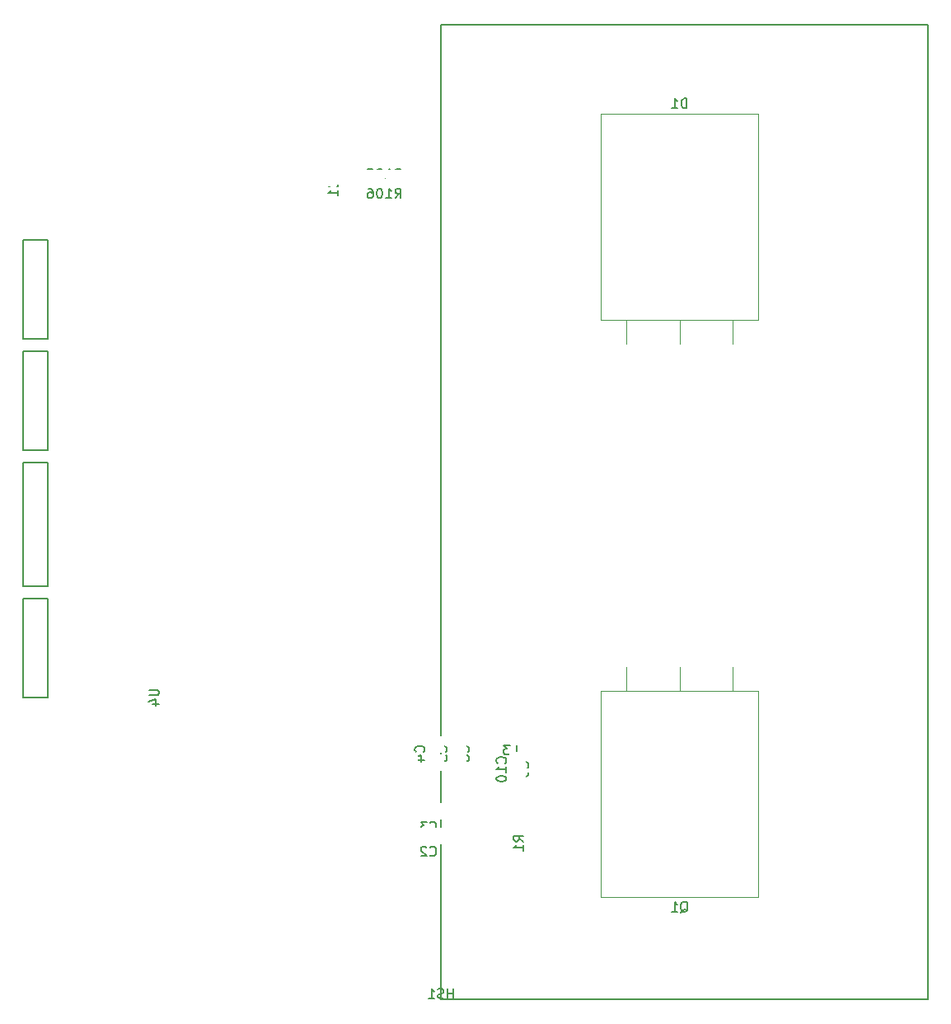
<source format=gbr>
G04 #@! TF.GenerationSoftware,KiCad,Pcbnew,(5.0.0-rc2-dev-586-g888c43477)*
G04 #@! TF.CreationDate,2018-06-04T00:41:44-03:00*
G04 #@! TF.ProjectId,Mcc18,4D636331382E6B696361645F70636200,rev?*
G04 #@! TF.SameCoordinates,Original*
G04 #@! TF.FileFunction,Legend,Bot*
G04 #@! TF.FilePolarity,Positive*
%FSLAX46Y46*%
G04 Gerber Fmt 4.6, Leading zero omitted, Abs format (unit mm)*
G04 Created by KiCad (PCBNEW (5.0.0-rc2-dev-586-g888c43477)) date 06/04/18 00:41:44*
%MOMM*%
%LPD*%
G01*
G04 APERTURE LIST*
%ADD10C,0.150000*%
%ADD11C,0.120000*%
%ADD12O,2.100000X2.940000*%
%ADD13O,2.700000X1.700000*%
%ADD14O,5.400000X1.700000*%
%ADD15O,2.400000X1.600000*%
%ADD16O,4.000000X4.000000*%
%ADD17R,2.900000X4.900000*%
%ADD18O,2.900000X4.900000*%
%ADD19C,2.200000*%
%ADD20R,2.200000X2.200000*%
%ADD21C,5.400000*%
%ADD22C,4.800000*%
%ADD23R,1.800000X1.695000*%
%ADD24O,2.400000X2.305000*%
%ADD25R,2.400000X2.305000*%
%ADD26C,2.600000*%
%ADD27R,1.695000X1.800000*%
%ADD28C,2.800000*%
%ADD29C,10.400000*%
%ADD30C,3.400000*%
G04 APERTURE END LIST*
D10*
X106680000Y-63246000D02*
X106680000Y-73406000D01*
X104140000Y-63246000D02*
X106680000Y-63246000D01*
X104140000Y-73406000D02*
X104140000Y-63246000D01*
X106680000Y-73406000D02*
X104140000Y-73406000D01*
X106680000Y-74676000D02*
X106680000Y-84836000D01*
X104140000Y-74676000D02*
X106680000Y-74676000D01*
X104140000Y-84836000D02*
X104140000Y-74676000D01*
X106680000Y-84836000D02*
X104140000Y-84836000D01*
X106680000Y-84582000D02*
X106680000Y-84836000D01*
X106680000Y-110236000D02*
X106680000Y-100076000D01*
X104140000Y-110236000D02*
X106680000Y-110236000D01*
X104140000Y-100076000D02*
X104140000Y-110236000D01*
X106680000Y-100076000D02*
X104140000Y-100076000D01*
X106680000Y-86106000D02*
X106680000Y-98806000D01*
X106426000Y-86106000D02*
X106680000Y-86106000D01*
X104140000Y-86106000D02*
X106426000Y-86106000D01*
X104140000Y-98806000D02*
X104140000Y-86106000D01*
X106680000Y-98806000D02*
X104140000Y-98806000D01*
X147066000Y-41224000D02*
X197066000Y-41224000D01*
X197066000Y-141224000D02*
X197066000Y-41224000D01*
X147066000Y-141224000D02*
X197066000Y-141224000D01*
X147066000Y-141224000D02*
X147066000Y-41224000D01*
D11*
X179636000Y-109608000D02*
X163496000Y-109608000D01*
X179636000Y-130798000D02*
X163496000Y-130798000D01*
X179636000Y-109608000D02*
X179636000Y-130798000D01*
X163496000Y-109608000D02*
X163496000Y-130798000D01*
X177016000Y-107048000D02*
X177016000Y-109608000D01*
X171566000Y-107048000D02*
X171566000Y-109608000D01*
X166116000Y-107048000D02*
X166116000Y-109608000D01*
X177016000Y-74054000D02*
X177016000Y-71494000D01*
X171566000Y-74054000D02*
X171566000Y-71494000D01*
X166116000Y-74054000D02*
X166116000Y-71494000D01*
X179636000Y-71494000D02*
X179636000Y-50304000D01*
X163496000Y-71494000D02*
X163496000Y-50304000D01*
X163496000Y-50304000D02*
X179636000Y-50304000D01*
X163496000Y-71494000D02*
X179636000Y-71494000D01*
D10*
X117062380Y-109474095D02*
X117871904Y-109474095D01*
X117967142Y-109521714D01*
X118014761Y-109569333D01*
X118062380Y-109664571D01*
X118062380Y-109855047D01*
X118014761Y-109950285D01*
X117967142Y-109997904D01*
X117871904Y-110045523D01*
X117062380Y-110045523D01*
X117395714Y-110950285D02*
X118062380Y-110950285D01*
X117014761Y-110712190D02*
X117729047Y-110474095D01*
X117729047Y-111093142D01*
X148304095Y-141176380D02*
X148304095Y-140176380D01*
X148304095Y-140652571D02*
X147732666Y-140652571D01*
X147732666Y-141176380D02*
X147732666Y-140176380D01*
X147304095Y-141128761D02*
X147161238Y-141176380D01*
X146923142Y-141176380D01*
X146827904Y-141128761D01*
X146780285Y-141081142D01*
X146732666Y-140985904D01*
X146732666Y-140890666D01*
X146780285Y-140795428D01*
X146827904Y-140747809D01*
X146923142Y-140700190D01*
X147113619Y-140652571D01*
X147208857Y-140604952D01*
X147256476Y-140557333D01*
X147304095Y-140462095D01*
X147304095Y-140366857D01*
X147256476Y-140271619D01*
X147208857Y-140224000D01*
X147113619Y-140176380D01*
X146875523Y-140176380D01*
X146732666Y-140224000D01*
X145780285Y-141176380D02*
X146351714Y-141176380D01*
X146066000Y-141176380D02*
X146066000Y-140176380D01*
X146161238Y-140319238D01*
X146256476Y-140414476D01*
X146351714Y-140462095D01*
X171661238Y-132345619D02*
X171756476Y-132298000D01*
X171851714Y-132202761D01*
X171994571Y-132059904D01*
X172089809Y-132012285D01*
X172185047Y-132012285D01*
X172137428Y-132250380D02*
X172232666Y-132202761D01*
X172327904Y-132107523D01*
X172375523Y-131917047D01*
X172375523Y-131583714D01*
X172327904Y-131393238D01*
X172232666Y-131298000D01*
X172137428Y-131250380D01*
X171946952Y-131250380D01*
X171851714Y-131298000D01*
X171756476Y-131393238D01*
X171708857Y-131583714D01*
X171708857Y-131917047D01*
X171756476Y-132107523D01*
X171851714Y-132202761D01*
X171946952Y-132250380D01*
X172137428Y-132250380D01*
X170756476Y-132250380D02*
X171327904Y-132250380D01*
X171042190Y-132250380D02*
X171042190Y-131250380D01*
X171137428Y-131393238D01*
X171232666Y-131488476D01*
X171327904Y-131536095D01*
X172304095Y-49756380D02*
X172304095Y-48756380D01*
X172066000Y-48756380D01*
X171923142Y-48804000D01*
X171827904Y-48899238D01*
X171780285Y-48994476D01*
X171732666Y-49184952D01*
X171732666Y-49327809D01*
X171780285Y-49518285D01*
X171827904Y-49613523D01*
X171923142Y-49708761D01*
X172066000Y-49756380D01*
X172304095Y-49756380D01*
X170780285Y-49756380D02*
X171351714Y-49756380D01*
X171066000Y-49756380D02*
X171066000Y-48756380D01*
X171161238Y-48899238D01*
X171256476Y-48994476D01*
X171351714Y-49042095D01*
X145265142Y-115862833D02*
X145312761Y-115815214D01*
X145360380Y-115672357D01*
X145360380Y-115577119D01*
X145312761Y-115434261D01*
X145217523Y-115339023D01*
X145122285Y-115291404D01*
X144931809Y-115243785D01*
X144788952Y-115243785D01*
X144598476Y-115291404D01*
X144503238Y-115339023D01*
X144408000Y-115434261D01*
X144360380Y-115577119D01*
X144360380Y-115672357D01*
X144408000Y-115815214D01*
X144455619Y-115862833D01*
X144693714Y-116719976D02*
X145360380Y-116719976D01*
X144312761Y-116481880D02*
X145027047Y-116243785D01*
X145027047Y-116862833D01*
X154344666Y-116148380D02*
X154820857Y-116148380D01*
X154820857Y-115148380D01*
X154106571Y-115148380D02*
X153487523Y-115148380D01*
X153820857Y-115529333D01*
X153678000Y-115529333D01*
X153582761Y-115576952D01*
X153535142Y-115624571D01*
X153487523Y-115719809D01*
X153487523Y-115957904D01*
X153535142Y-116053142D01*
X153582761Y-116100761D01*
X153678000Y-116148380D01*
X153963714Y-116148380D01*
X154058952Y-116100761D01*
X154106571Y-116053142D01*
X147551142Y-115862833D02*
X147598761Y-115815214D01*
X147646380Y-115672357D01*
X147646380Y-115577119D01*
X147598761Y-115434261D01*
X147503523Y-115339023D01*
X147408285Y-115291404D01*
X147217809Y-115243785D01*
X147074952Y-115243785D01*
X146884476Y-115291404D01*
X146789238Y-115339023D01*
X146694000Y-115434261D01*
X146646380Y-115577119D01*
X146646380Y-115672357D01*
X146694000Y-115815214D01*
X146741619Y-115862833D01*
X146646380Y-116767595D02*
X146646380Y-116291404D01*
X147122571Y-116243785D01*
X147074952Y-116291404D01*
X147027333Y-116386642D01*
X147027333Y-116624738D01*
X147074952Y-116719976D01*
X147122571Y-116767595D01*
X147217809Y-116815214D01*
X147455904Y-116815214D01*
X147551142Y-116767595D01*
X147598761Y-116719976D01*
X147646380Y-116624738D01*
X147646380Y-116386642D01*
X147598761Y-116291404D01*
X147551142Y-116243785D01*
X145914166Y-126467142D02*
X145961785Y-126514761D01*
X146104642Y-126562380D01*
X146199880Y-126562380D01*
X146342738Y-126514761D01*
X146437976Y-126419523D01*
X146485595Y-126324285D01*
X146533214Y-126133809D01*
X146533214Y-125990952D01*
X146485595Y-125800476D01*
X146437976Y-125705238D01*
X146342738Y-125610000D01*
X146199880Y-125562380D01*
X146104642Y-125562380D01*
X145961785Y-125610000D01*
X145914166Y-125657619D01*
X145533214Y-125657619D02*
X145485595Y-125610000D01*
X145390357Y-125562380D01*
X145152261Y-125562380D01*
X145057023Y-125610000D01*
X145009404Y-125657619D01*
X144961785Y-125752857D01*
X144961785Y-125848095D01*
X145009404Y-125990952D01*
X145580833Y-126562380D01*
X144961785Y-126562380D01*
X153647142Y-117007642D02*
X153694761Y-116960023D01*
X153742380Y-116817166D01*
X153742380Y-116721928D01*
X153694761Y-116579071D01*
X153599523Y-116483833D01*
X153504285Y-116436214D01*
X153313809Y-116388595D01*
X153170952Y-116388595D01*
X152980476Y-116436214D01*
X152885238Y-116483833D01*
X152790000Y-116579071D01*
X152742380Y-116721928D01*
X152742380Y-116817166D01*
X152790000Y-116960023D01*
X152837619Y-117007642D01*
X153742380Y-117960023D02*
X153742380Y-117388595D01*
X153742380Y-117674309D02*
X152742380Y-117674309D01*
X152885238Y-117579071D01*
X152980476Y-117483833D01*
X153028095Y-117388595D01*
X152742380Y-118579071D02*
X152742380Y-118674309D01*
X152790000Y-118769547D01*
X152837619Y-118817166D01*
X152932857Y-118864785D01*
X153123333Y-118912404D01*
X153361428Y-118912404D01*
X153551904Y-118864785D01*
X153647142Y-118817166D01*
X153694761Y-118769547D01*
X153742380Y-118674309D01*
X153742380Y-118579071D01*
X153694761Y-118483833D01*
X153647142Y-118436214D01*
X153551904Y-118388595D01*
X153361428Y-118340976D01*
X153123333Y-118340976D01*
X152932857Y-118388595D01*
X152837619Y-118436214D01*
X152790000Y-118483833D01*
X152742380Y-118579071D01*
X149837142Y-115862833D02*
X149884761Y-115815214D01*
X149932380Y-115672357D01*
X149932380Y-115577119D01*
X149884761Y-115434261D01*
X149789523Y-115339023D01*
X149694285Y-115291404D01*
X149503809Y-115243785D01*
X149360952Y-115243785D01*
X149170476Y-115291404D01*
X149075238Y-115339023D01*
X148980000Y-115434261D01*
X148932380Y-115577119D01*
X148932380Y-115672357D01*
X148980000Y-115815214D01*
X149027619Y-115862833D01*
X149360952Y-116434261D02*
X149313333Y-116339023D01*
X149265714Y-116291404D01*
X149170476Y-116243785D01*
X149122857Y-116243785D01*
X149027619Y-116291404D01*
X148980000Y-116339023D01*
X148932380Y-116434261D01*
X148932380Y-116624738D01*
X148980000Y-116719976D01*
X149027619Y-116767595D01*
X149122857Y-116815214D01*
X149170476Y-116815214D01*
X149265714Y-116767595D01*
X149313333Y-116719976D01*
X149360952Y-116624738D01*
X149360952Y-116434261D01*
X149408571Y-116339023D01*
X149456190Y-116291404D01*
X149551428Y-116243785D01*
X149741904Y-116243785D01*
X149837142Y-116291404D01*
X149884761Y-116339023D01*
X149932380Y-116434261D01*
X149932380Y-116624738D01*
X149884761Y-116719976D01*
X149837142Y-116767595D01*
X149741904Y-116815214D01*
X149551428Y-116815214D01*
X149456190Y-116767595D01*
X149408571Y-116719976D01*
X149360952Y-116624738D01*
X155933142Y-117483833D02*
X155980761Y-117436214D01*
X156028380Y-117293357D01*
X156028380Y-117198119D01*
X155980761Y-117055261D01*
X155885523Y-116960023D01*
X155790285Y-116912404D01*
X155599809Y-116864785D01*
X155456952Y-116864785D01*
X155266476Y-116912404D01*
X155171238Y-116960023D01*
X155076000Y-117055261D01*
X155028380Y-117198119D01*
X155028380Y-117293357D01*
X155076000Y-117436214D01*
X155123619Y-117483833D01*
X156028380Y-117960023D02*
X156028380Y-118150500D01*
X155980761Y-118245738D01*
X155933142Y-118293357D01*
X155790285Y-118388595D01*
X155599809Y-118436214D01*
X155218857Y-118436214D01*
X155123619Y-118388595D01*
X155076000Y-118340976D01*
X155028380Y-118245738D01*
X155028380Y-118055261D01*
X155076000Y-117960023D01*
X155123619Y-117912404D01*
X155218857Y-117864785D01*
X155456952Y-117864785D01*
X155552190Y-117912404D01*
X155599809Y-117960023D01*
X155647428Y-118055261D01*
X155647428Y-118245738D01*
X155599809Y-118340976D01*
X155552190Y-118388595D01*
X155456952Y-118436214D01*
X136375142Y-57793833D02*
X136422761Y-57746214D01*
X136470380Y-57603357D01*
X136470380Y-57508119D01*
X136422761Y-57365261D01*
X136327523Y-57270023D01*
X136232285Y-57222404D01*
X136041809Y-57174785D01*
X135898952Y-57174785D01*
X135708476Y-57222404D01*
X135613238Y-57270023D01*
X135518000Y-57365261D01*
X135470380Y-57508119D01*
X135470380Y-57603357D01*
X135518000Y-57746214D01*
X135565619Y-57793833D01*
X136470380Y-58746214D02*
X136470380Y-58174785D01*
X136470380Y-58460500D02*
X135470380Y-58460500D01*
X135613238Y-58365261D01*
X135708476Y-58270023D01*
X135756095Y-58174785D01*
X145914166Y-123927142D02*
X145961785Y-123974761D01*
X146104642Y-124022380D01*
X146199880Y-124022380D01*
X146342738Y-123974761D01*
X146437976Y-123879523D01*
X146485595Y-123784285D01*
X146533214Y-123593809D01*
X146533214Y-123450952D01*
X146485595Y-123260476D01*
X146437976Y-123165238D01*
X146342738Y-123070000D01*
X146199880Y-123022380D01*
X146104642Y-123022380D01*
X145961785Y-123070000D01*
X145914166Y-123117619D01*
X145580833Y-123022380D02*
X144961785Y-123022380D01*
X145295119Y-123403333D01*
X145152261Y-123403333D01*
X145057023Y-123450952D01*
X145009404Y-123498571D01*
X144961785Y-123593809D01*
X144961785Y-123831904D01*
X145009404Y-123927142D01*
X145057023Y-123974761D01*
X145152261Y-124022380D01*
X145437976Y-124022380D01*
X145533214Y-123974761D01*
X145580833Y-123927142D01*
X155520380Y-125055333D02*
X155044190Y-124722000D01*
X155520380Y-124483904D02*
X154520380Y-124483904D01*
X154520380Y-124864857D01*
X154568000Y-124960095D01*
X154615619Y-125007714D01*
X154710857Y-125055333D01*
X154853714Y-125055333D01*
X154948952Y-125007714D01*
X154996571Y-124960095D01*
X155044190Y-124864857D01*
X155044190Y-124483904D01*
X155520380Y-126007714D02*
X155520380Y-125436285D01*
X155520380Y-125722000D02*
X154520380Y-125722000D01*
X154663238Y-125626761D01*
X154758476Y-125531523D01*
X154806095Y-125436285D01*
X142343047Y-56966380D02*
X142676380Y-56490190D01*
X142914476Y-56966380D02*
X142914476Y-55966380D01*
X142533523Y-55966380D01*
X142438285Y-56014000D01*
X142390666Y-56061619D01*
X142343047Y-56156857D01*
X142343047Y-56299714D01*
X142390666Y-56394952D01*
X142438285Y-56442571D01*
X142533523Y-56490190D01*
X142914476Y-56490190D01*
X141390666Y-56966380D02*
X141962095Y-56966380D01*
X141676380Y-56966380D02*
X141676380Y-55966380D01*
X141771619Y-56109238D01*
X141866857Y-56204476D01*
X141962095Y-56252095D01*
X140771619Y-55966380D02*
X140676380Y-55966380D01*
X140581142Y-56014000D01*
X140533523Y-56061619D01*
X140485904Y-56156857D01*
X140438285Y-56347333D01*
X140438285Y-56585428D01*
X140485904Y-56775904D01*
X140533523Y-56871142D01*
X140581142Y-56918761D01*
X140676380Y-56966380D01*
X140771619Y-56966380D01*
X140866857Y-56918761D01*
X140914476Y-56871142D01*
X140962095Y-56775904D01*
X141009714Y-56585428D01*
X141009714Y-56347333D01*
X140962095Y-56156857D01*
X140914476Y-56061619D01*
X140866857Y-56014000D01*
X140771619Y-55966380D01*
X139533523Y-55966380D02*
X140009714Y-55966380D01*
X140057333Y-56442571D01*
X140009714Y-56394952D01*
X139914476Y-56347333D01*
X139676380Y-56347333D01*
X139581142Y-56394952D01*
X139533523Y-56442571D01*
X139485904Y-56537809D01*
X139485904Y-56775904D01*
X139533523Y-56871142D01*
X139581142Y-56918761D01*
X139676380Y-56966380D01*
X139914476Y-56966380D01*
X140009714Y-56918761D01*
X140057333Y-56871142D01*
X142343047Y-58998380D02*
X142676380Y-58522190D01*
X142914476Y-58998380D02*
X142914476Y-57998380D01*
X142533523Y-57998380D01*
X142438285Y-58046000D01*
X142390666Y-58093619D01*
X142343047Y-58188857D01*
X142343047Y-58331714D01*
X142390666Y-58426952D01*
X142438285Y-58474571D01*
X142533523Y-58522190D01*
X142914476Y-58522190D01*
X141390666Y-58998380D02*
X141962095Y-58998380D01*
X141676380Y-58998380D02*
X141676380Y-57998380D01*
X141771619Y-58141238D01*
X141866857Y-58236476D01*
X141962095Y-58284095D01*
X140771619Y-57998380D02*
X140676380Y-57998380D01*
X140581142Y-58046000D01*
X140533523Y-58093619D01*
X140485904Y-58188857D01*
X140438285Y-58379333D01*
X140438285Y-58617428D01*
X140485904Y-58807904D01*
X140533523Y-58903142D01*
X140581142Y-58950761D01*
X140676380Y-58998380D01*
X140771619Y-58998380D01*
X140866857Y-58950761D01*
X140914476Y-58903142D01*
X140962095Y-58807904D01*
X141009714Y-58617428D01*
X141009714Y-58379333D01*
X140962095Y-58188857D01*
X140914476Y-58093619D01*
X140866857Y-58046000D01*
X140771619Y-57998380D01*
X139581142Y-57998380D02*
X139771619Y-57998380D01*
X139866857Y-58046000D01*
X139914476Y-58093619D01*
X140009714Y-58236476D01*
X140057333Y-58426952D01*
X140057333Y-58807904D01*
X140009714Y-58903142D01*
X139962095Y-58950761D01*
X139866857Y-58998380D01*
X139676380Y-58998380D01*
X139581142Y-58950761D01*
X139533523Y-58903142D01*
X139485904Y-58807904D01*
X139485904Y-58569809D01*
X139533523Y-58474571D01*
X139581142Y-58426952D01*
X139676380Y-58379333D01*
X139866857Y-58379333D01*
X139962095Y-58426952D01*
X140009714Y-58474571D01*
X140057333Y-58569809D01*
%LPC*%
D12*
X123952000Y-49530000D03*
X121412000Y-49530000D03*
X126492000Y-49530000D03*
D13*
X134112000Y-58826400D03*
D14*
X134112000Y-56896000D03*
D13*
X134112000Y-54965600D03*
X134112000Y-53035200D03*
D12*
X126492000Y-62230000D03*
X121412000Y-62230000D03*
X123952000Y-62230000D03*
D15*
X105410000Y-64516000D03*
X105410000Y-108966000D03*
X105410000Y-106426000D03*
X105410000Y-103886000D03*
X105410000Y-101346000D03*
X105410000Y-97536000D03*
X105410000Y-94996000D03*
X105410000Y-92456000D03*
X105410000Y-89916000D03*
X105410000Y-87376000D03*
X105410000Y-83566000D03*
X105410000Y-81026000D03*
X105410000Y-78486000D03*
X105410000Y-75946000D03*
X105410000Y-72136000D03*
X105410000Y-69596000D03*
X105410000Y-67056000D03*
D16*
X171566000Y-124508000D03*
D17*
X177016000Y-104648000D03*
D18*
X171566000Y-104648000D03*
X166116000Y-104648000D03*
X177016000Y-76454000D03*
X171566000Y-76454000D03*
D17*
X166116000Y-76454000D03*
D16*
X171566000Y-56594000D03*
D19*
X159766000Y-123952000D03*
D20*
X159766000Y-126492000D03*
D19*
X159766000Y-111252000D03*
X159766000Y-121412000D03*
X159766000Y-118872000D03*
X159766000Y-113792000D03*
X159766000Y-116332000D03*
D21*
X124206000Y-100838000D03*
X124206000Y-71755000D03*
X153289000Y-100838000D03*
X153289000Y-71755000D03*
D22*
X62357000Y-114934000D03*
X73025000Y-46355000D03*
X87225274Y-71247000D03*
D15*
X92456000Y-45212000D03*
X92456000Y-47752000D03*
X92456000Y-50292000D03*
X92456000Y-52832000D03*
X92456000Y-55372000D03*
X92456000Y-57912000D03*
X92456000Y-60452000D03*
X92456000Y-62992000D03*
X92456000Y-65532000D03*
X92456000Y-70612000D03*
X92456000Y-73152000D03*
X92456000Y-75692000D03*
X92456000Y-78232000D03*
X92456000Y-80772000D03*
X92456000Y-83312000D03*
X92456000Y-85852000D03*
X92456000Y-88392000D03*
X92456000Y-90932000D03*
X92456000Y-93472000D03*
X92456000Y-96012000D03*
X92456000Y-98552000D03*
X92456000Y-101092000D03*
X92456000Y-103632000D03*
X92456000Y-106172000D03*
X92456000Y-108712000D03*
X92456000Y-111252000D03*
X92456000Y-113792000D03*
X92456000Y-116332000D03*
X92456000Y-118872000D03*
X92456000Y-125222000D03*
X92456000Y-127762000D03*
X92456000Y-130302000D03*
X92456000Y-132842000D03*
X92456000Y-135382000D03*
X92456000Y-137922000D03*
X92456000Y-140462000D03*
X92456000Y-143002000D03*
D23*
X146558000Y-115062000D03*
X146558000Y-116997000D03*
D24*
X143510000Y-114046000D03*
X143510000Y-116586000D03*
D25*
X143510000Y-119126000D03*
D26*
X220218000Y-74182000D03*
X220218000Y-59182000D03*
X230378000Y-74182000D03*
X230378000Y-59182000D03*
X210058000Y-74182000D03*
X210058000Y-59182000D03*
D27*
X155145500Y-114046000D03*
X153210500Y-114046000D03*
D23*
X148844000Y-116997000D03*
X148844000Y-115062000D03*
D27*
X144780000Y-124460000D03*
X146715000Y-124460000D03*
D23*
X154940000Y-118618000D03*
X154940000Y-116683000D03*
X151130000Y-115062000D03*
X151130000Y-116997000D03*
X157226000Y-118618000D03*
X157226000Y-116683000D03*
X137668000Y-58928000D03*
X137668000Y-56993000D03*
D27*
X146715000Y-121920000D03*
X144780000Y-121920000D03*
D28*
X214630000Y-107628000D03*
X214630000Y-135128000D03*
X227330000Y-104648000D03*
X227330000Y-77148000D03*
X214630000Y-77148000D03*
X214630000Y-104648000D03*
X201930000Y-104648000D03*
X201930000Y-77148000D03*
X227330000Y-107628000D03*
X227330000Y-135128000D03*
X189230000Y-104648000D03*
X189230000Y-77148000D03*
X201930000Y-107628000D03*
X201930000Y-135128000D03*
D29*
X240202000Y-129972000D03*
X240202000Y-104972000D03*
X240202000Y-79972000D03*
X240202000Y-54972000D03*
D30*
X233273600Y-47371000D03*
X210820000Y-47371000D03*
D23*
X156718000Y-126189500D03*
X156718000Y-124254500D03*
D27*
X142191500Y-54864000D03*
X140256500Y-54864000D03*
X140256500Y-56896000D03*
X142191500Y-56896000D03*
M02*

</source>
